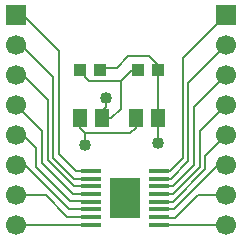
<source format=gtl>
G04 DipTrace 3.1.0.1*
G04 BOARD.gtl*
%MOIN*%
G04 #@! TF.FileFunction,Copper,L1,Top*
G04 #@! TF.Part,Single*
G04 #@! TA.AperFunction,Conductor*
%ADD11C,0.006*%
%ADD15R,0.043307X0.03937*%
%ADD16R,0.051181X0.059055*%
G04 #@! TA.AperFunction,ComponentPad*
%ADD17R,0.066929X0.066929*%
%ADD18C,0.066929*%
%ADD19R,0.070866X0.015748*%
%ADD20R,0.098425X0.137795*%
G04 #@! TA.AperFunction,ViaPad*
%ADD21C,0.04*%
%FSLAX26Y26*%
G04*
G70*
G90*
G75*
G01*
G04 Top*
%LPD*%
X750249Y547297D2*
D11*
X678202D1*
X531499Y694000D1*
X500249D1*
X973429Y1012749D2*
Y852070D1*
X975249Y850249D1*
X973429Y1012749D2*
Y1027068D1*
X943999Y1056499D1*
X875248D1*
X837749Y1019000D1*
X779678D1*
Y1012749D1*
X975249Y850249D2*
Y769000D1*
X750249Y598478D2*
X689521D1*
X587749Y700249D1*
Y806500D1*
X500249Y894000D1*
X900446Y850249D2*
Y819197D1*
X881499Y800249D1*
X731500D1*
X712749Y819000D1*
Y850249D1*
X731499Y762749D2*
Y801425D1*
X750249Y675249D2*
X700249D1*
X643999Y731500D1*
Y1075249D1*
X525249Y1194000D1*
X500249D1*
X750249Y649659D2*
X694589D1*
X625249Y718999D1*
Y987749D1*
X518999Y1094000D1*
X500249D1*
X750249Y624068D2*
X695181D1*
X606499Y712751D1*
Y912748D1*
X525248Y994000D1*
X500249D1*
X750249Y521706D2*
X672542D1*
X600248Y594000D1*
X500249D1*
X750249Y496115D2*
Y494000D1*
X681500D1*
X500249D1*
X978596Y675249D2*
X1012749D1*
X1056499Y718999D1*
Y1050249D1*
X1200249Y1194000D1*
X978596Y649659D2*
X1018409D1*
X1075249Y706499D1*
Y969000D1*
X1200249Y1094000D1*
X978596Y624068D2*
X1024068D1*
X1093999Y693999D1*
Y887749D1*
X1200249Y994000D1*
X978596Y598478D2*
X1023478D1*
X1112749Y687749D1*
Y806500D1*
X1200249Y894000D1*
X978596Y572887D2*
X1022887D1*
X1131499Y681499D1*
Y725249D1*
X1200249Y794000D1*
X978596Y547297D2*
X1028546D1*
X1175249Y694000D1*
X1200249D1*
X978596Y521706D2*
X996707D1*
X994000Y518999D1*
X1031500D1*
X1106501Y594000D1*
X1200249D1*
X978604Y496115D2*
X979383D1*
X981499Y494000D1*
X1200249D1*
X712749Y1012749D2*
Y1006500D1*
X744000Y975249D1*
X850249D1*
X887749Y1012749D1*
X906500D1*
X787552Y850249D2*
X819000D1*
X850249Y881499D1*
Y975249D1*
X787552Y850249D2*
Y875052D1*
X800249Y887749D1*
Y919000D1*
X500249Y794000D2*
X525249D1*
X568999Y750249D1*
Y687749D1*
X681499Y575249D1*
X747887D1*
X750249Y572887D1*
D21*
X731499Y762749D3*
X800249Y919000D3*
X975249Y769000D3*
D15*
X712749Y1012749D3*
X779678D3*
X906500D3*
X973429D3*
D16*
X975249Y850249D3*
X900446D3*
D17*
X500249Y1194000D3*
D18*
Y1094000D3*
Y994000D3*
Y894000D3*
Y794000D3*
Y694000D3*
Y594000D3*
Y494000D3*
D17*
X1200249Y1194000D3*
D18*
Y1094000D3*
Y994000D3*
Y894000D3*
Y794000D3*
Y694000D3*
Y594000D3*
Y494000D3*
D16*
X712749Y850249D3*
X787552D3*
D19*
X750249Y675249D3*
Y649659D3*
Y624068D3*
Y598478D3*
Y572887D3*
Y547297D3*
Y521706D3*
Y496115D3*
X978604D3*
X978596Y521706D3*
Y547297D3*
Y572887D3*
Y598478D3*
Y624068D3*
Y649659D3*
Y675249D3*
D20*
X864427Y585682D3*
M02*

</source>
